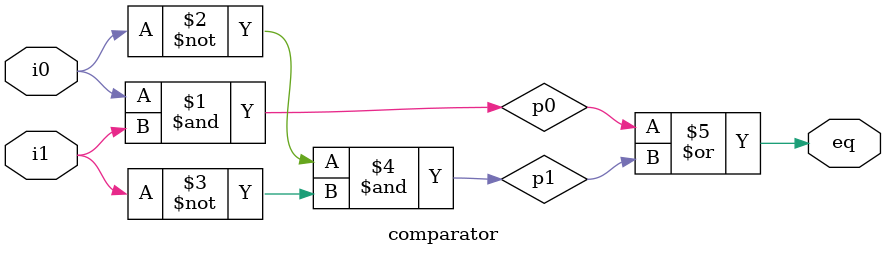
<source format=v>
module comparator (
    input wire i0,
    input wire i1,
    output wire eq
);
//product terms
wire p0,p1;
//sum of products
assign p0=i0 & i1;
assign p1=~i0 & ~i1;
assign eq=p0 | p1;
endmodule
</source>
